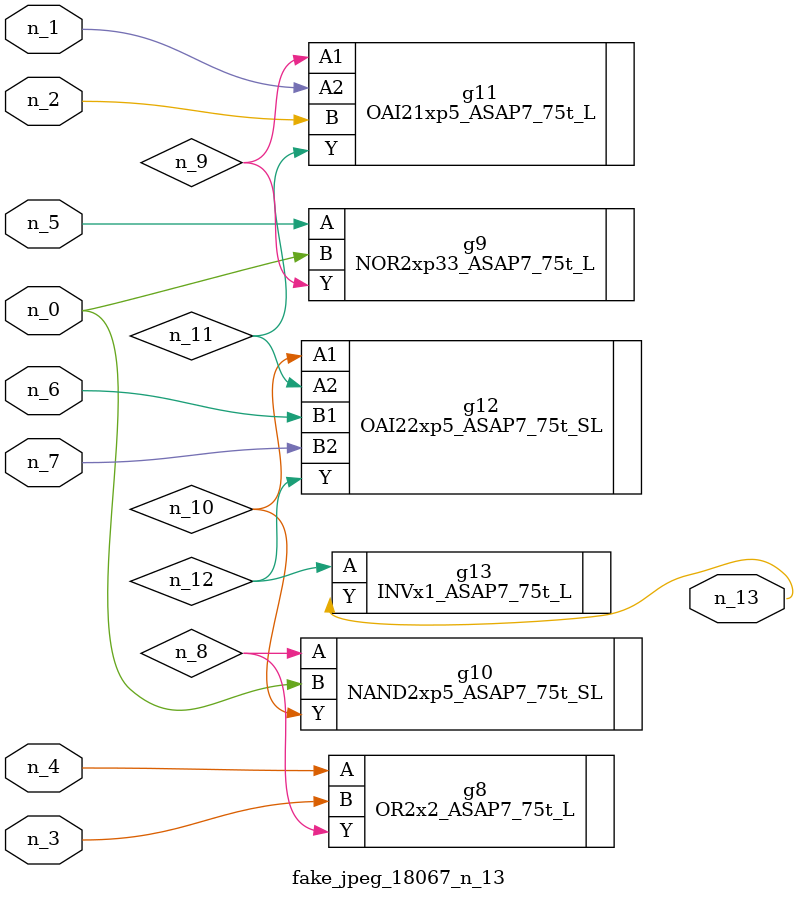
<source format=v>
module fake_jpeg_18067_n_13 (n_3, n_2, n_1, n_0, n_4, n_6, n_5, n_7, n_13);

input n_3;
input n_2;
input n_1;
input n_0;
input n_4;
input n_6;
input n_5;
input n_7;

output n_13;

wire n_11;
wire n_10;
wire n_12;
wire n_8;
wire n_9;

OR2x2_ASAP7_75t_L g8 ( 
.A(n_4),
.B(n_3),
.Y(n_8)
);

NOR2xp33_ASAP7_75t_L g9 ( 
.A(n_5),
.B(n_0),
.Y(n_9)
);

NAND2xp5_ASAP7_75t_SL g10 ( 
.A(n_8),
.B(n_0),
.Y(n_10)
);

OAI22xp5_ASAP7_75t_SL g12 ( 
.A1(n_10),
.A2(n_11),
.B1(n_6),
.B2(n_7),
.Y(n_12)
);

OAI21xp5_ASAP7_75t_L g11 ( 
.A1(n_9),
.A2(n_1),
.B(n_2),
.Y(n_11)
);

INVx1_ASAP7_75t_L g13 ( 
.A(n_12),
.Y(n_13)
);


endmodule
</source>
